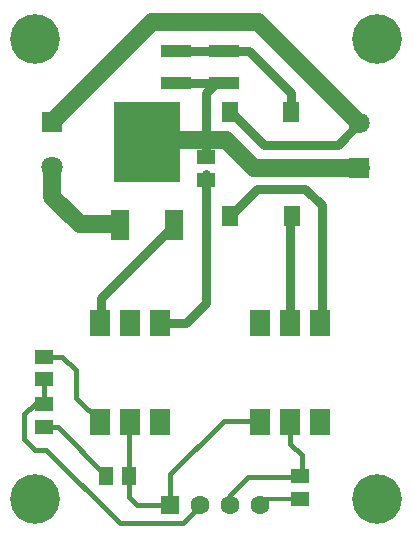
<source format=gtl>
%FSLAX24Y24*%
%MOIN*%
G70*
G01*
G75*
G04 Layer_Physical_Order=1*
G04 Layer_Color=255*
%ADD10R,0.1024X0.0433*%
%ADD11R,0.0512X0.0591*%
%ADD12R,0.0591X0.0984*%
%ADD13R,0.2205X0.2677*%
%ADD14R,0.0591X0.0512*%
%ADD15R,0.0709X0.0906*%
%ADD16R,0.0551X0.0669*%
%ADD17C,0.0600*%
%ADD18C,0.0300*%
%ADD19C,0.0120*%
%ADD20C,0.0160*%
%ADD21C,0.1654*%
%ADD22C,0.0630*%
%ADD23R,0.0630X0.0630*%
%ADD24C,0.0709*%
%ADD25R,0.0709X0.0709*%
%ADD26C,0.0320*%
D10*
X5906Y16122D02*
D03*
Y15059D02*
D03*
X7480Y16122D02*
D03*
Y15059D02*
D03*
D11*
X3563Y1969D02*
D03*
X4311D02*
D03*
D12*
X4024Y10315D02*
D03*
X5819D02*
D03*
D13*
X4921Y13091D02*
D03*
D14*
X1496Y5177D02*
D03*
Y5925D02*
D03*
X6890Y12579D02*
D03*
Y11831D02*
D03*
X1496Y3602D02*
D03*
Y4350D02*
D03*
X10039Y1949D02*
D03*
Y1201D02*
D03*
D15*
X3370Y3750D02*
D03*
X4370D02*
D03*
X5370D02*
D03*
X3370Y7037D02*
D03*
X4370D02*
D03*
X5370D02*
D03*
X10685Y7037D02*
D03*
X9685D02*
D03*
X8685D02*
D03*
X10685Y3750D02*
D03*
X9685D02*
D03*
X8685D02*
D03*
D16*
X9724Y14075D02*
D03*
X7677D02*
D03*
X9764Y10630D02*
D03*
X7677D02*
D03*
D17*
X8622Y17087D02*
X12008Y13705D01*
X5102Y17087D02*
X8622D01*
X4921Y13150D02*
X7559D01*
X8504Y12205D02*
X12047D01*
X7559Y13150D02*
X8504Y12205D01*
X1772Y13756D02*
X5102Y17087D01*
X4921Y13091D02*
X5308Y12703D01*
X2677Y10354D02*
X3976D01*
X1772Y11260D02*
X2677Y10354D01*
X1772Y11260D02*
Y12256D01*
D18*
X11295Y12992D02*
X12008Y13705D01*
X9724Y14055D02*
Y14724D01*
X7480Y16122D02*
X8327D01*
X5906D02*
X7480D01*
X8327D02*
X9724Y14724D01*
X7461Y16122D02*
X7480Y16142D01*
X7382Y15059D02*
X7402Y15039D01*
X5906Y15059D02*
X7382D01*
X6890Y12559D02*
Y14724D01*
X7126Y14961D01*
X7677Y14134D02*
X8819Y12992D01*
X11295D01*
X10197Y11535D02*
X10748Y10984D01*
X8583Y11535D02*
X10197D01*
X7677Y10630D02*
X8583Y11535D01*
X10748Y7165D02*
Y10984D01*
X10669Y7087D02*
X10748Y7165D01*
X9685Y10591D02*
X9724Y10630D01*
X9685Y7037D02*
Y10591D01*
X5315Y7047D02*
X6220D01*
X6890Y7717D01*
Y12028D01*
X3386Y7008D02*
Y7882D01*
X5819Y10315D01*
D19*
X8906Y1181D02*
X10039D01*
X8709Y984D02*
X8906Y1181D01*
X5370Y7032D02*
Y7037D01*
X8685Y3652D02*
Y3750D01*
X3370Y3742D02*
Y3750D01*
X5819Y10151D02*
Y10315D01*
X1762Y12256D02*
X1772D01*
X4024Y10312D02*
Y10315D01*
X4921Y13091D02*
X5742D01*
D20*
X10079Y1929D02*
Y2638D01*
X9685Y3031D02*
X10079Y2638D01*
X9685Y3031D02*
Y3750D01*
X8307Y1929D02*
X10039D01*
X7709Y1331D02*
X8307Y1929D01*
X7709Y984D02*
Y1331D01*
X7480Y3780D02*
X8701D01*
X4331Y1260D02*
Y3740D01*
Y1260D02*
X4606Y984D01*
X5709D01*
Y2008D02*
X7480Y3780D01*
X5709Y984D02*
Y2008D01*
X2559Y4567D02*
X3386Y3740D01*
X2559Y4567D02*
Y5472D01*
X2106Y5925D02*
X2559Y5472D01*
X1496Y5925D02*
X2106D01*
X1181Y2835D02*
X1575D01*
X827Y3189D02*
X1181Y2835D01*
X827Y3189D02*
Y4016D01*
X1575Y2835D02*
X4016Y394D01*
X6142D01*
X6732Y984D01*
X827Y4016D02*
X1181Y4370D01*
X1496D01*
Y5177D01*
X1457Y3583D02*
X1949D01*
X3563Y1969D01*
D21*
X1181Y16535D02*
D03*
Y1181D02*
D03*
X12598Y16535D02*
D03*
Y1181D02*
D03*
D22*
X8709Y984D02*
D03*
X7709D02*
D03*
X6709D02*
D03*
D23*
X5709D02*
D03*
D24*
X1772Y12256D02*
D03*
X12008Y13705D02*
D03*
D25*
X1772Y13756D02*
D03*
X12008Y12205D02*
D03*
D26*
X3543Y10354D02*
D03*
X2638Y10394D02*
D03*
X10827Y12205D02*
D03*
X8465Y12244D02*
D03*
X7520Y13150D02*
D03*
X6220D02*
D03*
X4921D02*
D03*
X9646Y12205D02*
D03*
X10354Y15315D02*
D03*
X9488Y16220D02*
D03*
X11220Y14488D02*
D03*
X7480Y17087D02*
D03*
X6299D02*
D03*
X5118Y17047D02*
D03*
X3465Y15472D02*
D03*
X4370Y16339D02*
D03*
X1811Y11260D02*
D03*
X8661Y17047D02*
D03*
X2520Y14528D02*
D03*
M02*

</source>
